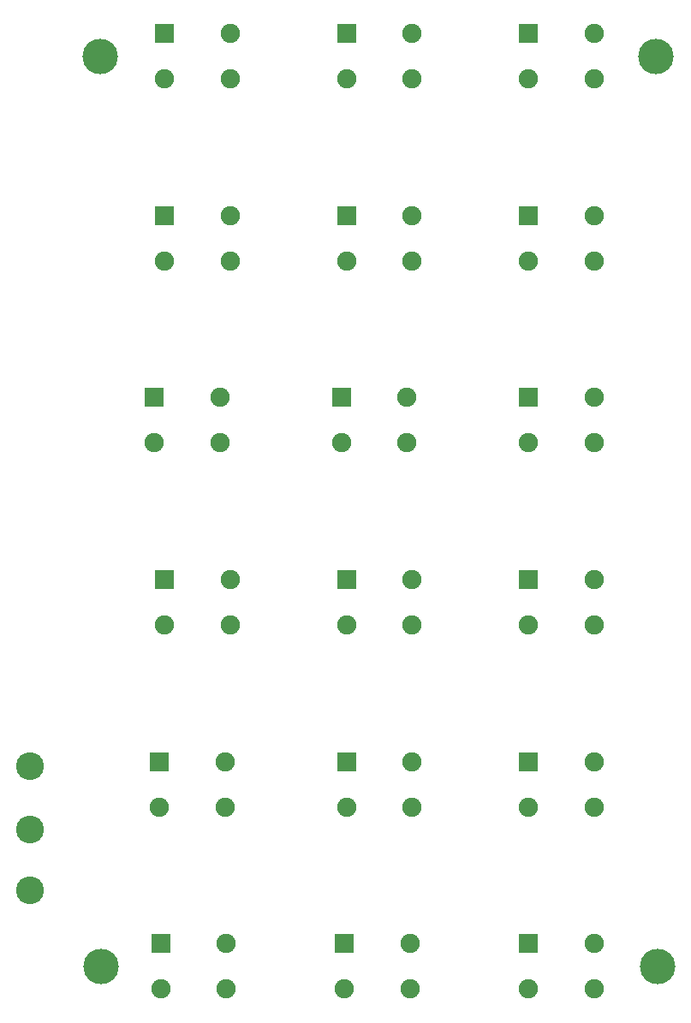
<source format=gbr>
G04 DipTrace 3.3.1.1*
G04 BottomMask.gbr*
%MOIN*%
G04 #@! TF.FileFunction,Soldermask,Bot*
G04 #@! TF.Part,Single*
%ADD20C,0.137795*%
%ADD24C,0.074961*%
%ADD26R,0.074961X0.074961*%
%ADD28C,0.108031*%
%FSLAX26Y26*%
G04*
G70*
G90*
G75*
G01*
G04 BotMask*
%LPD*%
D20*
X748346Y571829D3*
X743503Y4114542D3*
X2913701Y570966D3*
X2907129Y4114084D3*
D28*
X472756Y1348740D3*
Y866457D3*
Y1102677D3*
D26*
X994409Y4203071D3*
D24*
Y4025906D3*
X1250315D3*
Y4203071D3*
D26*
X1703071D3*
D24*
Y4025906D3*
X1958976D3*
Y4203071D3*
D26*
X2411732D3*
D24*
Y4025906D3*
X2667638D3*
Y4203071D3*
D26*
X994409Y3494409D3*
D24*
Y3317244D3*
X1250315D3*
Y3494409D3*
D26*
X1703071D3*
D24*
Y3317244D3*
X1958976D3*
Y3494409D3*
D26*
X2411732D3*
D24*
Y3317244D3*
X2667638D3*
Y3494409D3*
D26*
X955039Y2785748D3*
D24*
Y2608583D3*
X1210945D3*
Y2785748D3*
D26*
X1683386D3*
D24*
Y2608583D3*
X1939291D3*
Y2785748D3*
D26*
X2411732D3*
D24*
Y2608583D3*
X2667638D3*
Y2785748D3*
D26*
X994409Y2077087D3*
D24*
Y1899921D3*
X1250315D3*
Y2077087D3*
D26*
X1703071D3*
D24*
Y1899921D3*
X1958976D3*
Y2077087D3*
D26*
X2411732D3*
D24*
Y1899921D3*
X2667638D3*
Y2077087D3*
D26*
X1703071Y1368425D3*
D24*
Y1191260D3*
X1958976D3*
Y1368425D3*
D26*
X2411732D3*
D24*
Y1191260D3*
X2667638D3*
Y1368425D3*
D26*
X979723Y659764D3*
D24*
Y482598D3*
X1235629D3*
Y659764D3*
D26*
X1695728D3*
D24*
Y482598D3*
X1951634D3*
Y659764D3*
D26*
X2411732D3*
D24*
Y482598D3*
X2667638D3*
Y659764D3*
D26*
X974724Y1368425D3*
D24*
Y1191260D3*
X1230630D3*
Y1368425D3*
M02*

</source>
